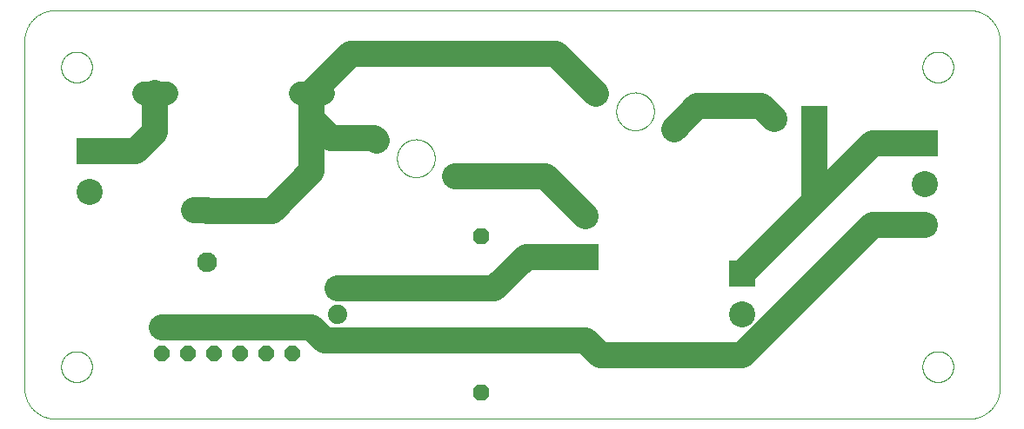
<source format=gtl>
G75*
%MOIN*%
%OFA0B0*%
%FSLAX25Y25*%
%IPPOS*%
%LPD*%
%AMOC8*
5,1,8,0,0,1.08239X$1,22.5*
%
%ADD10C,0.00000*%
%ADD11C,0.07600*%
%ADD12R,0.07600X0.07600*%
%ADD13OC8,0.06300*%
%ADD14C,0.08850*%
%ADD15OC8,0.06000*%
%ADD16R,0.10000X0.10000*%
%ADD17C,0.10000*%
%ADD18C,0.08600*%
%ADD19R,0.07400X0.07400*%
%ADD20C,0.07400*%
%ADD21C,0.10000*%
D10*
X0023311Y0011500D02*
X0373390Y0011500D01*
X0373675Y0011503D01*
X0373961Y0011514D01*
X0374246Y0011531D01*
X0374530Y0011555D01*
X0374814Y0011586D01*
X0375097Y0011624D01*
X0375378Y0011669D01*
X0375659Y0011720D01*
X0375939Y0011778D01*
X0376217Y0011843D01*
X0376493Y0011915D01*
X0376767Y0011993D01*
X0377040Y0012078D01*
X0377310Y0012170D01*
X0377578Y0012268D01*
X0377844Y0012372D01*
X0378107Y0012483D01*
X0378367Y0012600D01*
X0378625Y0012723D01*
X0378879Y0012853D01*
X0379130Y0012989D01*
X0379378Y0013130D01*
X0379622Y0013278D01*
X0379863Y0013431D01*
X0380099Y0013591D01*
X0380332Y0013756D01*
X0380561Y0013926D01*
X0380786Y0014102D01*
X0381006Y0014284D01*
X0381222Y0014470D01*
X0381433Y0014662D01*
X0381640Y0014859D01*
X0381842Y0015061D01*
X0382039Y0015268D01*
X0382231Y0015479D01*
X0382417Y0015695D01*
X0382599Y0015915D01*
X0382775Y0016140D01*
X0382945Y0016369D01*
X0383110Y0016602D01*
X0383270Y0016838D01*
X0383423Y0017079D01*
X0383571Y0017323D01*
X0383712Y0017571D01*
X0383848Y0017822D01*
X0383978Y0018076D01*
X0384101Y0018334D01*
X0384218Y0018594D01*
X0384329Y0018857D01*
X0384433Y0019123D01*
X0384531Y0019391D01*
X0384623Y0019661D01*
X0384708Y0019934D01*
X0384786Y0020208D01*
X0384858Y0020484D01*
X0384923Y0020762D01*
X0384981Y0021042D01*
X0385032Y0021323D01*
X0385077Y0021604D01*
X0385115Y0021887D01*
X0385146Y0022171D01*
X0385170Y0022455D01*
X0385187Y0022740D01*
X0385198Y0023026D01*
X0385201Y0023311D01*
X0385201Y0156539D01*
X0385198Y0156824D01*
X0385187Y0157110D01*
X0385170Y0157395D01*
X0385146Y0157679D01*
X0385115Y0157963D01*
X0385077Y0158246D01*
X0385032Y0158527D01*
X0384981Y0158808D01*
X0384923Y0159088D01*
X0384858Y0159366D01*
X0384786Y0159642D01*
X0384708Y0159916D01*
X0384623Y0160189D01*
X0384531Y0160459D01*
X0384433Y0160727D01*
X0384329Y0160993D01*
X0384218Y0161256D01*
X0384101Y0161516D01*
X0383978Y0161774D01*
X0383848Y0162028D01*
X0383712Y0162279D01*
X0383571Y0162527D01*
X0383423Y0162771D01*
X0383270Y0163012D01*
X0383110Y0163248D01*
X0382945Y0163481D01*
X0382775Y0163710D01*
X0382599Y0163935D01*
X0382417Y0164155D01*
X0382231Y0164371D01*
X0382039Y0164582D01*
X0381842Y0164789D01*
X0381640Y0164991D01*
X0381433Y0165188D01*
X0381222Y0165380D01*
X0381006Y0165566D01*
X0380786Y0165748D01*
X0380561Y0165924D01*
X0380332Y0166094D01*
X0380099Y0166259D01*
X0379863Y0166419D01*
X0379622Y0166572D01*
X0379378Y0166720D01*
X0379130Y0166861D01*
X0378879Y0166997D01*
X0378625Y0167127D01*
X0378367Y0167250D01*
X0378107Y0167367D01*
X0377844Y0167478D01*
X0377578Y0167582D01*
X0377310Y0167680D01*
X0377040Y0167772D01*
X0376767Y0167857D01*
X0376493Y0167935D01*
X0376217Y0168007D01*
X0375939Y0168072D01*
X0375659Y0168130D01*
X0375378Y0168181D01*
X0375097Y0168226D01*
X0374814Y0168264D01*
X0374530Y0168295D01*
X0374246Y0168319D01*
X0373961Y0168336D01*
X0373675Y0168347D01*
X0373390Y0168350D01*
X0023311Y0168350D01*
X0023026Y0168347D01*
X0022740Y0168336D01*
X0022455Y0168319D01*
X0022171Y0168295D01*
X0021887Y0168264D01*
X0021604Y0168226D01*
X0021323Y0168181D01*
X0021042Y0168130D01*
X0020762Y0168072D01*
X0020484Y0168007D01*
X0020208Y0167935D01*
X0019934Y0167857D01*
X0019661Y0167772D01*
X0019391Y0167680D01*
X0019123Y0167582D01*
X0018857Y0167478D01*
X0018594Y0167367D01*
X0018334Y0167250D01*
X0018076Y0167127D01*
X0017822Y0166997D01*
X0017571Y0166861D01*
X0017323Y0166720D01*
X0017079Y0166572D01*
X0016838Y0166419D01*
X0016602Y0166259D01*
X0016369Y0166094D01*
X0016140Y0165924D01*
X0015915Y0165748D01*
X0015695Y0165566D01*
X0015479Y0165380D01*
X0015268Y0165188D01*
X0015061Y0164991D01*
X0014859Y0164789D01*
X0014662Y0164582D01*
X0014470Y0164371D01*
X0014284Y0164155D01*
X0014102Y0163935D01*
X0013926Y0163710D01*
X0013756Y0163481D01*
X0013591Y0163248D01*
X0013431Y0163012D01*
X0013278Y0162771D01*
X0013130Y0162527D01*
X0012989Y0162279D01*
X0012853Y0162028D01*
X0012723Y0161774D01*
X0012600Y0161516D01*
X0012483Y0161256D01*
X0012372Y0160993D01*
X0012268Y0160727D01*
X0012170Y0160459D01*
X0012078Y0160189D01*
X0011993Y0159916D01*
X0011915Y0159642D01*
X0011843Y0159366D01*
X0011778Y0159088D01*
X0011720Y0158808D01*
X0011669Y0158527D01*
X0011624Y0158246D01*
X0011586Y0157963D01*
X0011555Y0157679D01*
X0011531Y0157395D01*
X0011514Y0157110D01*
X0011503Y0156824D01*
X0011500Y0156539D01*
X0011500Y0023311D01*
X0011503Y0023026D01*
X0011514Y0022740D01*
X0011531Y0022455D01*
X0011555Y0022171D01*
X0011586Y0021887D01*
X0011624Y0021604D01*
X0011669Y0021323D01*
X0011720Y0021042D01*
X0011778Y0020762D01*
X0011843Y0020484D01*
X0011915Y0020208D01*
X0011993Y0019934D01*
X0012078Y0019661D01*
X0012170Y0019391D01*
X0012268Y0019123D01*
X0012372Y0018857D01*
X0012483Y0018594D01*
X0012600Y0018334D01*
X0012723Y0018076D01*
X0012853Y0017822D01*
X0012989Y0017571D01*
X0013130Y0017323D01*
X0013278Y0017079D01*
X0013431Y0016838D01*
X0013591Y0016602D01*
X0013756Y0016369D01*
X0013926Y0016140D01*
X0014102Y0015915D01*
X0014284Y0015695D01*
X0014470Y0015479D01*
X0014662Y0015268D01*
X0014859Y0015061D01*
X0015061Y0014859D01*
X0015268Y0014662D01*
X0015479Y0014470D01*
X0015695Y0014284D01*
X0015915Y0014102D01*
X0016140Y0013926D01*
X0016369Y0013756D01*
X0016602Y0013591D01*
X0016838Y0013431D01*
X0017079Y0013278D01*
X0017323Y0013130D01*
X0017571Y0012989D01*
X0017822Y0012853D01*
X0018076Y0012723D01*
X0018334Y0012600D01*
X0018594Y0012483D01*
X0018857Y0012372D01*
X0019123Y0012268D01*
X0019391Y0012170D01*
X0019661Y0012078D01*
X0019934Y0011993D01*
X0020208Y0011915D01*
X0020484Y0011843D01*
X0020762Y0011778D01*
X0021042Y0011720D01*
X0021323Y0011669D01*
X0021604Y0011624D01*
X0021887Y0011586D01*
X0022171Y0011555D01*
X0022455Y0011531D01*
X0022740Y0011514D01*
X0023026Y0011503D01*
X0023311Y0011500D01*
X0025594Y0031500D02*
X0025596Y0031653D01*
X0025602Y0031807D01*
X0025612Y0031960D01*
X0025626Y0032112D01*
X0025644Y0032265D01*
X0025666Y0032416D01*
X0025691Y0032567D01*
X0025721Y0032718D01*
X0025755Y0032868D01*
X0025792Y0033016D01*
X0025833Y0033164D01*
X0025878Y0033310D01*
X0025927Y0033456D01*
X0025980Y0033600D01*
X0026036Y0033742D01*
X0026096Y0033883D01*
X0026160Y0034023D01*
X0026227Y0034161D01*
X0026298Y0034297D01*
X0026373Y0034431D01*
X0026450Y0034563D01*
X0026532Y0034693D01*
X0026616Y0034821D01*
X0026704Y0034947D01*
X0026795Y0035070D01*
X0026889Y0035191D01*
X0026987Y0035309D01*
X0027087Y0035425D01*
X0027191Y0035538D01*
X0027297Y0035649D01*
X0027406Y0035757D01*
X0027518Y0035862D01*
X0027632Y0035963D01*
X0027750Y0036062D01*
X0027869Y0036158D01*
X0027991Y0036251D01*
X0028116Y0036340D01*
X0028243Y0036427D01*
X0028372Y0036509D01*
X0028503Y0036589D01*
X0028636Y0036665D01*
X0028771Y0036738D01*
X0028908Y0036807D01*
X0029047Y0036872D01*
X0029187Y0036934D01*
X0029329Y0036992D01*
X0029472Y0037047D01*
X0029617Y0037098D01*
X0029763Y0037145D01*
X0029910Y0037188D01*
X0030058Y0037227D01*
X0030207Y0037263D01*
X0030357Y0037294D01*
X0030508Y0037322D01*
X0030659Y0037346D01*
X0030812Y0037366D01*
X0030964Y0037382D01*
X0031117Y0037394D01*
X0031270Y0037402D01*
X0031423Y0037406D01*
X0031577Y0037406D01*
X0031730Y0037402D01*
X0031883Y0037394D01*
X0032036Y0037382D01*
X0032188Y0037366D01*
X0032341Y0037346D01*
X0032492Y0037322D01*
X0032643Y0037294D01*
X0032793Y0037263D01*
X0032942Y0037227D01*
X0033090Y0037188D01*
X0033237Y0037145D01*
X0033383Y0037098D01*
X0033528Y0037047D01*
X0033671Y0036992D01*
X0033813Y0036934D01*
X0033953Y0036872D01*
X0034092Y0036807D01*
X0034229Y0036738D01*
X0034364Y0036665D01*
X0034497Y0036589D01*
X0034628Y0036509D01*
X0034757Y0036427D01*
X0034884Y0036340D01*
X0035009Y0036251D01*
X0035131Y0036158D01*
X0035250Y0036062D01*
X0035368Y0035963D01*
X0035482Y0035862D01*
X0035594Y0035757D01*
X0035703Y0035649D01*
X0035809Y0035538D01*
X0035913Y0035425D01*
X0036013Y0035309D01*
X0036111Y0035191D01*
X0036205Y0035070D01*
X0036296Y0034947D01*
X0036384Y0034821D01*
X0036468Y0034693D01*
X0036550Y0034563D01*
X0036627Y0034431D01*
X0036702Y0034297D01*
X0036773Y0034161D01*
X0036840Y0034023D01*
X0036904Y0033883D01*
X0036964Y0033742D01*
X0037020Y0033600D01*
X0037073Y0033456D01*
X0037122Y0033310D01*
X0037167Y0033164D01*
X0037208Y0033016D01*
X0037245Y0032868D01*
X0037279Y0032718D01*
X0037309Y0032567D01*
X0037334Y0032416D01*
X0037356Y0032265D01*
X0037374Y0032112D01*
X0037388Y0031960D01*
X0037398Y0031807D01*
X0037404Y0031653D01*
X0037406Y0031500D01*
X0037404Y0031347D01*
X0037398Y0031193D01*
X0037388Y0031040D01*
X0037374Y0030888D01*
X0037356Y0030735D01*
X0037334Y0030584D01*
X0037309Y0030433D01*
X0037279Y0030282D01*
X0037245Y0030132D01*
X0037208Y0029984D01*
X0037167Y0029836D01*
X0037122Y0029690D01*
X0037073Y0029544D01*
X0037020Y0029400D01*
X0036964Y0029258D01*
X0036904Y0029117D01*
X0036840Y0028977D01*
X0036773Y0028839D01*
X0036702Y0028703D01*
X0036627Y0028569D01*
X0036550Y0028437D01*
X0036468Y0028307D01*
X0036384Y0028179D01*
X0036296Y0028053D01*
X0036205Y0027930D01*
X0036111Y0027809D01*
X0036013Y0027691D01*
X0035913Y0027575D01*
X0035809Y0027462D01*
X0035703Y0027351D01*
X0035594Y0027243D01*
X0035482Y0027138D01*
X0035368Y0027037D01*
X0035250Y0026938D01*
X0035131Y0026842D01*
X0035009Y0026749D01*
X0034884Y0026660D01*
X0034757Y0026573D01*
X0034628Y0026491D01*
X0034497Y0026411D01*
X0034364Y0026335D01*
X0034229Y0026262D01*
X0034092Y0026193D01*
X0033953Y0026128D01*
X0033813Y0026066D01*
X0033671Y0026008D01*
X0033528Y0025953D01*
X0033383Y0025902D01*
X0033237Y0025855D01*
X0033090Y0025812D01*
X0032942Y0025773D01*
X0032793Y0025737D01*
X0032643Y0025706D01*
X0032492Y0025678D01*
X0032341Y0025654D01*
X0032188Y0025634D01*
X0032036Y0025618D01*
X0031883Y0025606D01*
X0031730Y0025598D01*
X0031577Y0025594D01*
X0031423Y0025594D01*
X0031270Y0025598D01*
X0031117Y0025606D01*
X0030964Y0025618D01*
X0030812Y0025634D01*
X0030659Y0025654D01*
X0030508Y0025678D01*
X0030357Y0025706D01*
X0030207Y0025737D01*
X0030058Y0025773D01*
X0029910Y0025812D01*
X0029763Y0025855D01*
X0029617Y0025902D01*
X0029472Y0025953D01*
X0029329Y0026008D01*
X0029187Y0026066D01*
X0029047Y0026128D01*
X0028908Y0026193D01*
X0028771Y0026262D01*
X0028636Y0026335D01*
X0028503Y0026411D01*
X0028372Y0026491D01*
X0028243Y0026573D01*
X0028116Y0026660D01*
X0027991Y0026749D01*
X0027869Y0026842D01*
X0027750Y0026938D01*
X0027632Y0027037D01*
X0027518Y0027138D01*
X0027406Y0027243D01*
X0027297Y0027351D01*
X0027191Y0027462D01*
X0027087Y0027575D01*
X0026987Y0027691D01*
X0026889Y0027809D01*
X0026795Y0027930D01*
X0026704Y0028053D01*
X0026616Y0028179D01*
X0026532Y0028307D01*
X0026450Y0028437D01*
X0026373Y0028569D01*
X0026298Y0028703D01*
X0026227Y0028839D01*
X0026160Y0028977D01*
X0026096Y0029117D01*
X0026036Y0029258D01*
X0025980Y0029400D01*
X0025927Y0029544D01*
X0025878Y0029690D01*
X0025833Y0029836D01*
X0025792Y0029984D01*
X0025755Y0030132D01*
X0025721Y0030282D01*
X0025691Y0030433D01*
X0025666Y0030584D01*
X0025644Y0030735D01*
X0025626Y0030888D01*
X0025612Y0031040D01*
X0025602Y0031193D01*
X0025596Y0031347D01*
X0025594Y0031500D01*
X0154250Y0111500D02*
X0154252Y0111678D01*
X0154259Y0111856D01*
X0154270Y0112033D01*
X0154285Y0112211D01*
X0154305Y0112387D01*
X0154328Y0112564D01*
X0154357Y0112739D01*
X0154389Y0112914D01*
X0154426Y0113088D01*
X0154467Y0113262D01*
X0154513Y0113434D01*
X0154562Y0113605D01*
X0154616Y0113774D01*
X0154674Y0113942D01*
X0154736Y0114109D01*
X0154802Y0114274D01*
X0154872Y0114438D01*
X0154946Y0114600D01*
X0155024Y0114760D01*
X0155106Y0114918D01*
X0155192Y0115074D01*
X0155281Y0115227D01*
X0155375Y0115379D01*
X0155472Y0115528D01*
X0155573Y0115675D01*
X0155677Y0115819D01*
X0155784Y0115960D01*
X0155896Y0116099D01*
X0156010Y0116236D01*
X0156128Y0116369D01*
X0156249Y0116499D01*
X0156373Y0116627D01*
X0156501Y0116751D01*
X0156631Y0116872D01*
X0156764Y0116990D01*
X0156901Y0117104D01*
X0157040Y0117216D01*
X0157181Y0117323D01*
X0157325Y0117427D01*
X0157472Y0117528D01*
X0157621Y0117625D01*
X0157773Y0117719D01*
X0157926Y0117808D01*
X0158082Y0117894D01*
X0158240Y0117976D01*
X0158400Y0118054D01*
X0158562Y0118128D01*
X0158726Y0118198D01*
X0158891Y0118264D01*
X0159058Y0118326D01*
X0159226Y0118384D01*
X0159395Y0118438D01*
X0159566Y0118487D01*
X0159738Y0118533D01*
X0159912Y0118574D01*
X0160086Y0118611D01*
X0160261Y0118643D01*
X0160436Y0118672D01*
X0160613Y0118695D01*
X0160789Y0118715D01*
X0160967Y0118730D01*
X0161144Y0118741D01*
X0161322Y0118748D01*
X0161500Y0118750D01*
X0161678Y0118748D01*
X0161856Y0118741D01*
X0162033Y0118730D01*
X0162211Y0118715D01*
X0162387Y0118695D01*
X0162564Y0118672D01*
X0162739Y0118643D01*
X0162914Y0118611D01*
X0163088Y0118574D01*
X0163262Y0118533D01*
X0163434Y0118487D01*
X0163605Y0118438D01*
X0163774Y0118384D01*
X0163942Y0118326D01*
X0164109Y0118264D01*
X0164274Y0118198D01*
X0164438Y0118128D01*
X0164600Y0118054D01*
X0164760Y0117976D01*
X0164918Y0117894D01*
X0165074Y0117808D01*
X0165227Y0117719D01*
X0165379Y0117625D01*
X0165528Y0117528D01*
X0165675Y0117427D01*
X0165819Y0117323D01*
X0165960Y0117216D01*
X0166099Y0117104D01*
X0166236Y0116990D01*
X0166369Y0116872D01*
X0166499Y0116751D01*
X0166627Y0116627D01*
X0166751Y0116499D01*
X0166872Y0116369D01*
X0166990Y0116236D01*
X0167104Y0116099D01*
X0167216Y0115960D01*
X0167323Y0115819D01*
X0167427Y0115675D01*
X0167528Y0115528D01*
X0167625Y0115379D01*
X0167719Y0115227D01*
X0167808Y0115074D01*
X0167894Y0114918D01*
X0167976Y0114760D01*
X0168054Y0114600D01*
X0168128Y0114438D01*
X0168198Y0114274D01*
X0168264Y0114109D01*
X0168326Y0113942D01*
X0168384Y0113774D01*
X0168438Y0113605D01*
X0168487Y0113434D01*
X0168533Y0113262D01*
X0168574Y0113088D01*
X0168611Y0112914D01*
X0168643Y0112739D01*
X0168672Y0112564D01*
X0168695Y0112387D01*
X0168715Y0112211D01*
X0168730Y0112033D01*
X0168741Y0111856D01*
X0168748Y0111678D01*
X0168750Y0111500D01*
X0168748Y0111322D01*
X0168741Y0111144D01*
X0168730Y0110967D01*
X0168715Y0110789D01*
X0168695Y0110613D01*
X0168672Y0110436D01*
X0168643Y0110261D01*
X0168611Y0110086D01*
X0168574Y0109912D01*
X0168533Y0109738D01*
X0168487Y0109566D01*
X0168438Y0109395D01*
X0168384Y0109226D01*
X0168326Y0109058D01*
X0168264Y0108891D01*
X0168198Y0108726D01*
X0168128Y0108562D01*
X0168054Y0108400D01*
X0167976Y0108240D01*
X0167894Y0108082D01*
X0167808Y0107926D01*
X0167719Y0107773D01*
X0167625Y0107621D01*
X0167528Y0107472D01*
X0167427Y0107325D01*
X0167323Y0107181D01*
X0167216Y0107040D01*
X0167104Y0106901D01*
X0166990Y0106764D01*
X0166872Y0106631D01*
X0166751Y0106501D01*
X0166627Y0106373D01*
X0166499Y0106249D01*
X0166369Y0106128D01*
X0166236Y0106010D01*
X0166099Y0105896D01*
X0165960Y0105784D01*
X0165819Y0105677D01*
X0165675Y0105573D01*
X0165528Y0105472D01*
X0165379Y0105375D01*
X0165227Y0105281D01*
X0165074Y0105192D01*
X0164918Y0105106D01*
X0164760Y0105024D01*
X0164600Y0104946D01*
X0164438Y0104872D01*
X0164274Y0104802D01*
X0164109Y0104736D01*
X0163942Y0104674D01*
X0163774Y0104616D01*
X0163605Y0104562D01*
X0163434Y0104513D01*
X0163262Y0104467D01*
X0163088Y0104426D01*
X0162914Y0104389D01*
X0162739Y0104357D01*
X0162564Y0104328D01*
X0162387Y0104305D01*
X0162211Y0104285D01*
X0162033Y0104270D01*
X0161856Y0104259D01*
X0161678Y0104252D01*
X0161500Y0104250D01*
X0161322Y0104252D01*
X0161144Y0104259D01*
X0160967Y0104270D01*
X0160789Y0104285D01*
X0160613Y0104305D01*
X0160436Y0104328D01*
X0160261Y0104357D01*
X0160086Y0104389D01*
X0159912Y0104426D01*
X0159738Y0104467D01*
X0159566Y0104513D01*
X0159395Y0104562D01*
X0159226Y0104616D01*
X0159058Y0104674D01*
X0158891Y0104736D01*
X0158726Y0104802D01*
X0158562Y0104872D01*
X0158400Y0104946D01*
X0158240Y0105024D01*
X0158082Y0105106D01*
X0157926Y0105192D01*
X0157773Y0105281D01*
X0157621Y0105375D01*
X0157472Y0105472D01*
X0157325Y0105573D01*
X0157181Y0105677D01*
X0157040Y0105784D01*
X0156901Y0105896D01*
X0156764Y0106010D01*
X0156631Y0106128D01*
X0156501Y0106249D01*
X0156373Y0106373D01*
X0156249Y0106501D01*
X0156128Y0106631D01*
X0156010Y0106764D01*
X0155896Y0106901D01*
X0155784Y0107040D01*
X0155677Y0107181D01*
X0155573Y0107325D01*
X0155472Y0107472D01*
X0155375Y0107621D01*
X0155281Y0107773D01*
X0155192Y0107926D01*
X0155106Y0108082D01*
X0155024Y0108240D01*
X0154946Y0108400D01*
X0154872Y0108562D01*
X0154802Y0108726D01*
X0154736Y0108891D01*
X0154674Y0109058D01*
X0154616Y0109226D01*
X0154562Y0109395D01*
X0154513Y0109566D01*
X0154467Y0109738D01*
X0154426Y0109912D01*
X0154389Y0110086D01*
X0154357Y0110261D01*
X0154328Y0110436D01*
X0154305Y0110613D01*
X0154285Y0110789D01*
X0154270Y0110967D01*
X0154259Y0111144D01*
X0154252Y0111322D01*
X0154250Y0111500D01*
X0238250Y0129500D02*
X0238252Y0129678D01*
X0238259Y0129856D01*
X0238270Y0130033D01*
X0238285Y0130211D01*
X0238305Y0130387D01*
X0238328Y0130564D01*
X0238357Y0130739D01*
X0238389Y0130914D01*
X0238426Y0131088D01*
X0238467Y0131262D01*
X0238513Y0131434D01*
X0238562Y0131605D01*
X0238616Y0131774D01*
X0238674Y0131942D01*
X0238736Y0132109D01*
X0238802Y0132274D01*
X0238872Y0132438D01*
X0238946Y0132600D01*
X0239024Y0132760D01*
X0239106Y0132918D01*
X0239192Y0133074D01*
X0239281Y0133227D01*
X0239375Y0133379D01*
X0239472Y0133528D01*
X0239573Y0133675D01*
X0239677Y0133819D01*
X0239784Y0133960D01*
X0239896Y0134099D01*
X0240010Y0134236D01*
X0240128Y0134369D01*
X0240249Y0134499D01*
X0240373Y0134627D01*
X0240501Y0134751D01*
X0240631Y0134872D01*
X0240764Y0134990D01*
X0240901Y0135104D01*
X0241040Y0135216D01*
X0241181Y0135323D01*
X0241325Y0135427D01*
X0241472Y0135528D01*
X0241621Y0135625D01*
X0241773Y0135719D01*
X0241926Y0135808D01*
X0242082Y0135894D01*
X0242240Y0135976D01*
X0242400Y0136054D01*
X0242562Y0136128D01*
X0242726Y0136198D01*
X0242891Y0136264D01*
X0243058Y0136326D01*
X0243226Y0136384D01*
X0243395Y0136438D01*
X0243566Y0136487D01*
X0243738Y0136533D01*
X0243912Y0136574D01*
X0244086Y0136611D01*
X0244261Y0136643D01*
X0244436Y0136672D01*
X0244613Y0136695D01*
X0244789Y0136715D01*
X0244967Y0136730D01*
X0245144Y0136741D01*
X0245322Y0136748D01*
X0245500Y0136750D01*
X0245678Y0136748D01*
X0245856Y0136741D01*
X0246033Y0136730D01*
X0246211Y0136715D01*
X0246387Y0136695D01*
X0246564Y0136672D01*
X0246739Y0136643D01*
X0246914Y0136611D01*
X0247088Y0136574D01*
X0247262Y0136533D01*
X0247434Y0136487D01*
X0247605Y0136438D01*
X0247774Y0136384D01*
X0247942Y0136326D01*
X0248109Y0136264D01*
X0248274Y0136198D01*
X0248438Y0136128D01*
X0248600Y0136054D01*
X0248760Y0135976D01*
X0248918Y0135894D01*
X0249074Y0135808D01*
X0249227Y0135719D01*
X0249379Y0135625D01*
X0249528Y0135528D01*
X0249675Y0135427D01*
X0249819Y0135323D01*
X0249960Y0135216D01*
X0250099Y0135104D01*
X0250236Y0134990D01*
X0250369Y0134872D01*
X0250499Y0134751D01*
X0250627Y0134627D01*
X0250751Y0134499D01*
X0250872Y0134369D01*
X0250990Y0134236D01*
X0251104Y0134099D01*
X0251216Y0133960D01*
X0251323Y0133819D01*
X0251427Y0133675D01*
X0251528Y0133528D01*
X0251625Y0133379D01*
X0251719Y0133227D01*
X0251808Y0133074D01*
X0251894Y0132918D01*
X0251976Y0132760D01*
X0252054Y0132600D01*
X0252128Y0132438D01*
X0252198Y0132274D01*
X0252264Y0132109D01*
X0252326Y0131942D01*
X0252384Y0131774D01*
X0252438Y0131605D01*
X0252487Y0131434D01*
X0252533Y0131262D01*
X0252574Y0131088D01*
X0252611Y0130914D01*
X0252643Y0130739D01*
X0252672Y0130564D01*
X0252695Y0130387D01*
X0252715Y0130211D01*
X0252730Y0130033D01*
X0252741Y0129856D01*
X0252748Y0129678D01*
X0252750Y0129500D01*
X0252748Y0129322D01*
X0252741Y0129144D01*
X0252730Y0128967D01*
X0252715Y0128789D01*
X0252695Y0128613D01*
X0252672Y0128436D01*
X0252643Y0128261D01*
X0252611Y0128086D01*
X0252574Y0127912D01*
X0252533Y0127738D01*
X0252487Y0127566D01*
X0252438Y0127395D01*
X0252384Y0127226D01*
X0252326Y0127058D01*
X0252264Y0126891D01*
X0252198Y0126726D01*
X0252128Y0126562D01*
X0252054Y0126400D01*
X0251976Y0126240D01*
X0251894Y0126082D01*
X0251808Y0125926D01*
X0251719Y0125773D01*
X0251625Y0125621D01*
X0251528Y0125472D01*
X0251427Y0125325D01*
X0251323Y0125181D01*
X0251216Y0125040D01*
X0251104Y0124901D01*
X0250990Y0124764D01*
X0250872Y0124631D01*
X0250751Y0124501D01*
X0250627Y0124373D01*
X0250499Y0124249D01*
X0250369Y0124128D01*
X0250236Y0124010D01*
X0250099Y0123896D01*
X0249960Y0123784D01*
X0249819Y0123677D01*
X0249675Y0123573D01*
X0249528Y0123472D01*
X0249379Y0123375D01*
X0249227Y0123281D01*
X0249074Y0123192D01*
X0248918Y0123106D01*
X0248760Y0123024D01*
X0248600Y0122946D01*
X0248438Y0122872D01*
X0248274Y0122802D01*
X0248109Y0122736D01*
X0247942Y0122674D01*
X0247774Y0122616D01*
X0247605Y0122562D01*
X0247434Y0122513D01*
X0247262Y0122467D01*
X0247088Y0122426D01*
X0246914Y0122389D01*
X0246739Y0122357D01*
X0246564Y0122328D01*
X0246387Y0122305D01*
X0246211Y0122285D01*
X0246033Y0122270D01*
X0245856Y0122259D01*
X0245678Y0122252D01*
X0245500Y0122250D01*
X0245322Y0122252D01*
X0245144Y0122259D01*
X0244967Y0122270D01*
X0244789Y0122285D01*
X0244613Y0122305D01*
X0244436Y0122328D01*
X0244261Y0122357D01*
X0244086Y0122389D01*
X0243912Y0122426D01*
X0243738Y0122467D01*
X0243566Y0122513D01*
X0243395Y0122562D01*
X0243226Y0122616D01*
X0243058Y0122674D01*
X0242891Y0122736D01*
X0242726Y0122802D01*
X0242562Y0122872D01*
X0242400Y0122946D01*
X0242240Y0123024D01*
X0242082Y0123106D01*
X0241926Y0123192D01*
X0241773Y0123281D01*
X0241621Y0123375D01*
X0241472Y0123472D01*
X0241325Y0123573D01*
X0241181Y0123677D01*
X0241040Y0123784D01*
X0240901Y0123896D01*
X0240764Y0124010D01*
X0240631Y0124128D01*
X0240501Y0124249D01*
X0240373Y0124373D01*
X0240249Y0124501D01*
X0240128Y0124631D01*
X0240010Y0124764D01*
X0239896Y0124901D01*
X0239784Y0125040D01*
X0239677Y0125181D01*
X0239573Y0125325D01*
X0239472Y0125472D01*
X0239375Y0125621D01*
X0239281Y0125773D01*
X0239192Y0125926D01*
X0239106Y0126082D01*
X0239024Y0126240D01*
X0238946Y0126400D01*
X0238872Y0126562D01*
X0238802Y0126726D01*
X0238736Y0126891D01*
X0238674Y0127058D01*
X0238616Y0127226D01*
X0238562Y0127395D01*
X0238513Y0127566D01*
X0238467Y0127738D01*
X0238426Y0127912D01*
X0238389Y0128086D01*
X0238357Y0128261D01*
X0238328Y0128436D01*
X0238305Y0128613D01*
X0238285Y0128789D01*
X0238270Y0128967D01*
X0238259Y0129144D01*
X0238252Y0129322D01*
X0238250Y0129500D01*
X0355594Y0146500D02*
X0355596Y0146653D01*
X0355602Y0146807D01*
X0355612Y0146960D01*
X0355626Y0147112D01*
X0355644Y0147265D01*
X0355666Y0147416D01*
X0355691Y0147567D01*
X0355721Y0147718D01*
X0355755Y0147868D01*
X0355792Y0148016D01*
X0355833Y0148164D01*
X0355878Y0148310D01*
X0355927Y0148456D01*
X0355980Y0148600D01*
X0356036Y0148742D01*
X0356096Y0148883D01*
X0356160Y0149023D01*
X0356227Y0149161D01*
X0356298Y0149297D01*
X0356373Y0149431D01*
X0356450Y0149563D01*
X0356532Y0149693D01*
X0356616Y0149821D01*
X0356704Y0149947D01*
X0356795Y0150070D01*
X0356889Y0150191D01*
X0356987Y0150309D01*
X0357087Y0150425D01*
X0357191Y0150538D01*
X0357297Y0150649D01*
X0357406Y0150757D01*
X0357518Y0150862D01*
X0357632Y0150963D01*
X0357750Y0151062D01*
X0357869Y0151158D01*
X0357991Y0151251D01*
X0358116Y0151340D01*
X0358243Y0151427D01*
X0358372Y0151509D01*
X0358503Y0151589D01*
X0358636Y0151665D01*
X0358771Y0151738D01*
X0358908Y0151807D01*
X0359047Y0151872D01*
X0359187Y0151934D01*
X0359329Y0151992D01*
X0359472Y0152047D01*
X0359617Y0152098D01*
X0359763Y0152145D01*
X0359910Y0152188D01*
X0360058Y0152227D01*
X0360207Y0152263D01*
X0360357Y0152294D01*
X0360508Y0152322D01*
X0360659Y0152346D01*
X0360812Y0152366D01*
X0360964Y0152382D01*
X0361117Y0152394D01*
X0361270Y0152402D01*
X0361423Y0152406D01*
X0361577Y0152406D01*
X0361730Y0152402D01*
X0361883Y0152394D01*
X0362036Y0152382D01*
X0362188Y0152366D01*
X0362341Y0152346D01*
X0362492Y0152322D01*
X0362643Y0152294D01*
X0362793Y0152263D01*
X0362942Y0152227D01*
X0363090Y0152188D01*
X0363237Y0152145D01*
X0363383Y0152098D01*
X0363528Y0152047D01*
X0363671Y0151992D01*
X0363813Y0151934D01*
X0363953Y0151872D01*
X0364092Y0151807D01*
X0364229Y0151738D01*
X0364364Y0151665D01*
X0364497Y0151589D01*
X0364628Y0151509D01*
X0364757Y0151427D01*
X0364884Y0151340D01*
X0365009Y0151251D01*
X0365131Y0151158D01*
X0365250Y0151062D01*
X0365368Y0150963D01*
X0365482Y0150862D01*
X0365594Y0150757D01*
X0365703Y0150649D01*
X0365809Y0150538D01*
X0365913Y0150425D01*
X0366013Y0150309D01*
X0366111Y0150191D01*
X0366205Y0150070D01*
X0366296Y0149947D01*
X0366384Y0149821D01*
X0366468Y0149693D01*
X0366550Y0149563D01*
X0366627Y0149431D01*
X0366702Y0149297D01*
X0366773Y0149161D01*
X0366840Y0149023D01*
X0366904Y0148883D01*
X0366964Y0148742D01*
X0367020Y0148600D01*
X0367073Y0148456D01*
X0367122Y0148310D01*
X0367167Y0148164D01*
X0367208Y0148016D01*
X0367245Y0147868D01*
X0367279Y0147718D01*
X0367309Y0147567D01*
X0367334Y0147416D01*
X0367356Y0147265D01*
X0367374Y0147112D01*
X0367388Y0146960D01*
X0367398Y0146807D01*
X0367404Y0146653D01*
X0367406Y0146500D01*
X0367404Y0146347D01*
X0367398Y0146193D01*
X0367388Y0146040D01*
X0367374Y0145888D01*
X0367356Y0145735D01*
X0367334Y0145584D01*
X0367309Y0145433D01*
X0367279Y0145282D01*
X0367245Y0145132D01*
X0367208Y0144984D01*
X0367167Y0144836D01*
X0367122Y0144690D01*
X0367073Y0144544D01*
X0367020Y0144400D01*
X0366964Y0144258D01*
X0366904Y0144117D01*
X0366840Y0143977D01*
X0366773Y0143839D01*
X0366702Y0143703D01*
X0366627Y0143569D01*
X0366550Y0143437D01*
X0366468Y0143307D01*
X0366384Y0143179D01*
X0366296Y0143053D01*
X0366205Y0142930D01*
X0366111Y0142809D01*
X0366013Y0142691D01*
X0365913Y0142575D01*
X0365809Y0142462D01*
X0365703Y0142351D01*
X0365594Y0142243D01*
X0365482Y0142138D01*
X0365368Y0142037D01*
X0365250Y0141938D01*
X0365131Y0141842D01*
X0365009Y0141749D01*
X0364884Y0141660D01*
X0364757Y0141573D01*
X0364628Y0141491D01*
X0364497Y0141411D01*
X0364364Y0141335D01*
X0364229Y0141262D01*
X0364092Y0141193D01*
X0363953Y0141128D01*
X0363813Y0141066D01*
X0363671Y0141008D01*
X0363528Y0140953D01*
X0363383Y0140902D01*
X0363237Y0140855D01*
X0363090Y0140812D01*
X0362942Y0140773D01*
X0362793Y0140737D01*
X0362643Y0140706D01*
X0362492Y0140678D01*
X0362341Y0140654D01*
X0362188Y0140634D01*
X0362036Y0140618D01*
X0361883Y0140606D01*
X0361730Y0140598D01*
X0361577Y0140594D01*
X0361423Y0140594D01*
X0361270Y0140598D01*
X0361117Y0140606D01*
X0360964Y0140618D01*
X0360812Y0140634D01*
X0360659Y0140654D01*
X0360508Y0140678D01*
X0360357Y0140706D01*
X0360207Y0140737D01*
X0360058Y0140773D01*
X0359910Y0140812D01*
X0359763Y0140855D01*
X0359617Y0140902D01*
X0359472Y0140953D01*
X0359329Y0141008D01*
X0359187Y0141066D01*
X0359047Y0141128D01*
X0358908Y0141193D01*
X0358771Y0141262D01*
X0358636Y0141335D01*
X0358503Y0141411D01*
X0358372Y0141491D01*
X0358243Y0141573D01*
X0358116Y0141660D01*
X0357991Y0141749D01*
X0357869Y0141842D01*
X0357750Y0141938D01*
X0357632Y0142037D01*
X0357518Y0142138D01*
X0357406Y0142243D01*
X0357297Y0142351D01*
X0357191Y0142462D01*
X0357087Y0142575D01*
X0356987Y0142691D01*
X0356889Y0142809D01*
X0356795Y0142930D01*
X0356704Y0143053D01*
X0356616Y0143179D01*
X0356532Y0143307D01*
X0356450Y0143437D01*
X0356373Y0143569D01*
X0356298Y0143703D01*
X0356227Y0143839D01*
X0356160Y0143977D01*
X0356096Y0144117D01*
X0356036Y0144258D01*
X0355980Y0144400D01*
X0355927Y0144544D01*
X0355878Y0144690D01*
X0355833Y0144836D01*
X0355792Y0144984D01*
X0355755Y0145132D01*
X0355721Y0145282D01*
X0355691Y0145433D01*
X0355666Y0145584D01*
X0355644Y0145735D01*
X0355626Y0145888D01*
X0355612Y0146040D01*
X0355602Y0146193D01*
X0355596Y0146347D01*
X0355594Y0146500D01*
X0355594Y0031500D02*
X0355596Y0031653D01*
X0355602Y0031807D01*
X0355612Y0031960D01*
X0355626Y0032112D01*
X0355644Y0032265D01*
X0355666Y0032416D01*
X0355691Y0032567D01*
X0355721Y0032718D01*
X0355755Y0032868D01*
X0355792Y0033016D01*
X0355833Y0033164D01*
X0355878Y0033310D01*
X0355927Y0033456D01*
X0355980Y0033600D01*
X0356036Y0033742D01*
X0356096Y0033883D01*
X0356160Y0034023D01*
X0356227Y0034161D01*
X0356298Y0034297D01*
X0356373Y0034431D01*
X0356450Y0034563D01*
X0356532Y0034693D01*
X0356616Y0034821D01*
X0356704Y0034947D01*
X0356795Y0035070D01*
X0356889Y0035191D01*
X0356987Y0035309D01*
X0357087Y0035425D01*
X0357191Y0035538D01*
X0357297Y0035649D01*
X0357406Y0035757D01*
X0357518Y0035862D01*
X0357632Y0035963D01*
X0357750Y0036062D01*
X0357869Y0036158D01*
X0357991Y0036251D01*
X0358116Y0036340D01*
X0358243Y0036427D01*
X0358372Y0036509D01*
X0358503Y0036589D01*
X0358636Y0036665D01*
X0358771Y0036738D01*
X0358908Y0036807D01*
X0359047Y0036872D01*
X0359187Y0036934D01*
X0359329Y0036992D01*
X0359472Y0037047D01*
X0359617Y0037098D01*
X0359763Y0037145D01*
X0359910Y0037188D01*
X0360058Y0037227D01*
X0360207Y0037263D01*
X0360357Y0037294D01*
X0360508Y0037322D01*
X0360659Y0037346D01*
X0360812Y0037366D01*
X0360964Y0037382D01*
X0361117Y0037394D01*
X0361270Y0037402D01*
X0361423Y0037406D01*
X0361577Y0037406D01*
X0361730Y0037402D01*
X0361883Y0037394D01*
X0362036Y0037382D01*
X0362188Y0037366D01*
X0362341Y0037346D01*
X0362492Y0037322D01*
X0362643Y0037294D01*
X0362793Y0037263D01*
X0362942Y0037227D01*
X0363090Y0037188D01*
X0363237Y0037145D01*
X0363383Y0037098D01*
X0363528Y0037047D01*
X0363671Y0036992D01*
X0363813Y0036934D01*
X0363953Y0036872D01*
X0364092Y0036807D01*
X0364229Y0036738D01*
X0364364Y0036665D01*
X0364497Y0036589D01*
X0364628Y0036509D01*
X0364757Y0036427D01*
X0364884Y0036340D01*
X0365009Y0036251D01*
X0365131Y0036158D01*
X0365250Y0036062D01*
X0365368Y0035963D01*
X0365482Y0035862D01*
X0365594Y0035757D01*
X0365703Y0035649D01*
X0365809Y0035538D01*
X0365913Y0035425D01*
X0366013Y0035309D01*
X0366111Y0035191D01*
X0366205Y0035070D01*
X0366296Y0034947D01*
X0366384Y0034821D01*
X0366468Y0034693D01*
X0366550Y0034563D01*
X0366627Y0034431D01*
X0366702Y0034297D01*
X0366773Y0034161D01*
X0366840Y0034023D01*
X0366904Y0033883D01*
X0366964Y0033742D01*
X0367020Y0033600D01*
X0367073Y0033456D01*
X0367122Y0033310D01*
X0367167Y0033164D01*
X0367208Y0033016D01*
X0367245Y0032868D01*
X0367279Y0032718D01*
X0367309Y0032567D01*
X0367334Y0032416D01*
X0367356Y0032265D01*
X0367374Y0032112D01*
X0367388Y0031960D01*
X0367398Y0031807D01*
X0367404Y0031653D01*
X0367406Y0031500D01*
X0367404Y0031347D01*
X0367398Y0031193D01*
X0367388Y0031040D01*
X0367374Y0030888D01*
X0367356Y0030735D01*
X0367334Y0030584D01*
X0367309Y0030433D01*
X0367279Y0030282D01*
X0367245Y0030132D01*
X0367208Y0029984D01*
X0367167Y0029836D01*
X0367122Y0029690D01*
X0367073Y0029544D01*
X0367020Y0029400D01*
X0366964Y0029258D01*
X0366904Y0029117D01*
X0366840Y0028977D01*
X0366773Y0028839D01*
X0366702Y0028703D01*
X0366627Y0028569D01*
X0366550Y0028437D01*
X0366468Y0028307D01*
X0366384Y0028179D01*
X0366296Y0028053D01*
X0366205Y0027930D01*
X0366111Y0027809D01*
X0366013Y0027691D01*
X0365913Y0027575D01*
X0365809Y0027462D01*
X0365703Y0027351D01*
X0365594Y0027243D01*
X0365482Y0027138D01*
X0365368Y0027037D01*
X0365250Y0026938D01*
X0365131Y0026842D01*
X0365009Y0026749D01*
X0364884Y0026660D01*
X0364757Y0026573D01*
X0364628Y0026491D01*
X0364497Y0026411D01*
X0364364Y0026335D01*
X0364229Y0026262D01*
X0364092Y0026193D01*
X0363953Y0026128D01*
X0363813Y0026066D01*
X0363671Y0026008D01*
X0363528Y0025953D01*
X0363383Y0025902D01*
X0363237Y0025855D01*
X0363090Y0025812D01*
X0362942Y0025773D01*
X0362793Y0025737D01*
X0362643Y0025706D01*
X0362492Y0025678D01*
X0362341Y0025654D01*
X0362188Y0025634D01*
X0362036Y0025618D01*
X0361883Y0025606D01*
X0361730Y0025598D01*
X0361577Y0025594D01*
X0361423Y0025594D01*
X0361270Y0025598D01*
X0361117Y0025606D01*
X0360964Y0025618D01*
X0360812Y0025634D01*
X0360659Y0025654D01*
X0360508Y0025678D01*
X0360357Y0025706D01*
X0360207Y0025737D01*
X0360058Y0025773D01*
X0359910Y0025812D01*
X0359763Y0025855D01*
X0359617Y0025902D01*
X0359472Y0025953D01*
X0359329Y0026008D01*
X0359187Y0026066D01*
X0359047Y0026128D01*
X0358908Y0026193D01*
X0358771Y0026262D01*
X0358636Y0026335D01*
X0358503Y0026411D01*
X0358372Y0026491D01*
X0358243Y0026573D01*
X0358116Y0026660D01*
X0357991Y0026749D01*
X0357869Y0026842D01*
X0357750Y0026938D01*
X0357632Y0027037D01*
X0357518Y0027138D01*
X0357406Y0027243D01*
X0357297Y0027351D01*
X0357191Y0027462D01*
X0357087Y0027575D01*
X0356987Y0027691D01*
X0356889Y0027809D01*
X0356795Y0027930D01*
X0356704Y0028053D01*
X0356616Y0028179D01*
X0356532Y0028307D01*
X0356450Y0028437D01*
X0356373Y0028569D01*
X0356298Y0028703D01*
X0356227Y0028839D01*
X0356160Y0028977D01*
X0356096Y0029117D01*
X0356036Y0029258D01*
X0355980Y0029400D01*
X0355927Y0029544D01*
X0355878Y0029690D01*
X0355833Y0029836D01*
X0355792Y0029984D01*
X0355755Y0030132D01*
X0355721Y0030282D01*
X0355691Y0030433D01*
X0355666Y0030584D01*
X0355644Y0030735D01*
X0355626Y0030888D01*
X0355612Y0031040D01*
X0355602Y0031193D01*
X0355596Y0031347D01*
X0355594Y0031500D01*
X0025594Y0146500D02*
X0025596Y0146653D01*
X0025602Y0146807D01*
X0025612Y0146960D01*
X0025626Y0147112D01*
X0025644Y0147265D01*
X0025666Y0147416D01*
X0025691Y0147567D01*
X0025721Y0147718D01*
X0025755Y0147868D01*
X0025792Y0148016D01*
X0025833Y0148164D01*
X0025878Y0148310D01*
X0025927Y0148456D01*
X0025980Y0148600D01*
X0026036Y0148742D01*
X0026096Y0148883D01*
X0026160Y0149023D01*
X0026227Y0149161D01*
X0026298Y0149297D01*
X0026373Y0149431D01*
X0026450Y0149563D01*
X0026532Y0149693D01*
X0026616Y0149821D01*
X0026704Y0149947D01*
X0026795Y0150070D01*
X0026889Y0150191D01*
X0026987Y0150309D01*
X0027087Y0150425D01*
X0027191Y0150538D01*
X0027297Y0150649D01*
X0027406Y0150757D01*
X0027518Y0150862D01*
X0027632Y0150963D01*
X0027750Y0151062D01*
X0027869Y0151158D01*
X0027991Y0151251D01*
X0028116Y0151340D01*
X0028243Y0151427D01*
X0028372Y0151509D01*
X0028503Y0151589D01*
X0028636Y0151665D01*
X0028771Y0151738D01*
X0028908Y0151807D01*
X0029047Y0151872D01*
X0029187Y0151934D01*
X0029329Y0151992D01*
X0029472Y0152047D01*
X0029617Y0152098D01*
X0029763Y0152145D01*
X0029910Y0152188D01*
X0030058Y0152227D01*
X0030207Y0152263D01*
X0030357Y0152294D01*
X0030508Y0152322D01*
X0030659Y0152346D01*
X0030812Y0152366D01*
X0030964Y0152382D01*
X0031117Y0152394D01*
X0031270Y0152402D01*
X0031423Y0152406D01*
X0031577Y0152406D01*
X0031730Y0152402D01*
X0031883Y0152394D01*
X0032036Y0152382D01*
X0032188Y0152366D01*
X0032341Y0152346D01*
X0032492Y0152322D01*
X0032643Y0152294D01*
X0032793Y0152263D01*
X0032942Y0152227D01*
X0033090Y0152188D01*
X0033237Y0152145D01*
X0033383Y0152098D01*
X0033528Y0152047D01*
X0033671Y0151992D01*
X0033813Y0151934D01*
X0033953Y0151872D01*
X0034092Y0151807D01*
X0034229Y0151738D01*
X0034364Y0151665D01*
X0034497Y0151589D01*
X0034628Y0151509D01*
X0034757Y0151427D01*
X0034884Y0151340D01*
X0035009Y0151251D01*
X0035131Y0151158D01*
X0035250Y0151062D01*
X0035368Y0150963D01*
X0035482Y0150862D01*
X0035594Y0150757D01*
X0035703Y0150649D01*
X0035809Y0150538D01*
X0035913Y0150425D01*
X0036013Y0150309D01*
X0036111Y0150191D01*
X0036205Y0150070D01*
X0036296Y0149947D01*
X0036384Y0149821D01*
X0036468Y0149693D01*
X0036550Y0149563D01*
X0036627Y0149431D01*
X0036702Y0149297D01*
X0036773Y0149161D01*
X0036840Y0149023D01*
X0036904Y0148883D01*
X0036964Y0148742D01*
X0037020Y0148600D01*
X0037073Y0148456D01*
X0037122Y0148310D01*
X0037167Y0148164D01*
X0037208Y0148016D01*
X0037245Y0147868D01*
X0037279Y0147718D01*
X0037309Y0147567D01*
X0037334Y0147416D01*
X0037356Y0147265D01*
X0037374Y0147112D01*
X0037388Y0146960D01*
X0037398Y0146807D01*
X0037404Y0146653D01*
X0037406Y0146500D01*
X0037404Y0146347D01*
X0037398Y0146193D01*
X0037388Y0146040D01*
X0037374Y0145888D01*
X0037356Y0145735D01*
X0037334Y0145584D01*
X0037309Y0145433D01*
X0037279Y0145282D01*
X0037245Y0145132D01*
X0037208Y0144984D01*
X0037167Y0144836D01*
X0037122Y0144690D01*
X0037073Y0144544D01*
X0037020Y0144400D01*
X0036964Y0144258D01*
X0036904Y0144117D01*
X0036840Y0143977D01*
X0036773Y0143839D01*
X0036702Y0143703D01*
X0036627Y0143569D01*
X0036550Y0143437D01*
X0036468Y0143307D01*
X0036384Y0143179D01*
X0036296Y0143053D01*
X0036205Y0142930D01*
X0036111Y0142809D01*
X0036013Y0142691D01*
X0035913Y0142575D01*
X0035809Y0142462D01*
X0035703Y0142351D01*
X0035594Y0142243D01*
X0035482Y0142138D01*
X0035368Y0142037D01*
X0035250Y0141938D01*
X0035131Y0141842D01*
X0035009Y0141749D01*
X0034884Y0141660D01*
X0034757Y0141573D01*
X0034628Y0141491D01*
X0034497Y0141411D01*
X0034364Y0141335D01*
X0034229Y0141262D01*
X0034092Y0141193D01*
X0033953Y0141128D01*
X0033813Y0141066D01*
X0033671Y0141008D01*
X0033528Y0140953D01*
X0033383Y0140902D01*
X0033237Y0140855D01*
X0033090Y0140812D01*
X0032942Y0140773D01*
X0032793Y0140737D01*
X0032643Y0140706D01*
X0032492Y0140678D01*
X0032341Y0140654D01*
X0032188Y0140634D01*
X0032036Y0140618D01*
X0031883Y0140606D01*
X0031730Y0140598D01*
X0031577Y0140594D01*
X0031423Y0140594D01*
X0031270Y0140598D01*
X0031117Y0140606D01*
X0030964Y0140618D01*
X0030812Y0140634D01*
X0030659Y0140654D01*
X0030508Y0140678D01*
X0030357Y0140706D01*
X0030207Y0140737D01*
X0030058Y0140773D01*
X0029910Y0140812D01*
X0029763Y0140855D01*
X0029617Y0140902D01*
X0029472Y0140953D01*
X0029329Y0141008D01*
X0029187Y0141066D01*
X0029047Y0141128D01*
X0028908Y0141193D01*
X0028771Y0141262D01*
X0028636Y0141335D01*
X0028503Y0141411D01*
X0028372Y0141491D01*
X0028243Y0141573D01*
X0028116Y0141660D01*
X0027991Y0141749D01*
X0027869Y0141842D01*
X0027750Y0141938D01*
X0027632Y0142037D01*
X0027518Y0142138D01*
X0027406Y0142243D01*
X0027297Y0142351D01*
X0027191Y0142462D01*
X0027087Y0142575D01*
X0026987Y0142691D01*
X0026889Y0142809D01*
X0026795Y0142930D01*
X0026704Y0143053D01*
X0026616Y0143179D01*
X0026532Y0143307D01*
X0026450Y0143437D01*
X0026373Y0143569D01*
X0026298Y0143703D01*
X0026227Y0143839D01*
X0026160Y0143977D01*
X0026096Y0144117D01*
X0026036Y0144258D01*
X0025980Y0144400D01*
X0025927Y0144544D01*
X0025878Y0144690D01*
X0025833Y0144836D01*
X0025792Y0144984D01*
X0025755Y0145132D01*
X0025721Y0145282D01*
X0025691Y0145433D01*
X0025666Y0145584D01*
X0025644Y0145735D01*
X0025626Y0145888D01*
X0025612Y0146040D01*
X0025602Y0146193D01*
X0025596Y0146347D01*
X0025594Y0146500D01*
D11*
X0081500Y0071657D03*
D12*
X0081500Y0091343D03*
D13*
X0186500Y0081500D03*
X0186500Y0061500D03*
X0186500Y0041500D03*
X0186500Y0021500D03*
D14*
X0125925Y0136500D02*
X0117075Y0136500D01*
X0065925Y0136500D02*
X0057075Y0136500D01*
D15*
X0064000Y0046500D03*
X0074000Y0046500D03*
X0084000Y0046500D03*
X0094000Y0046500D03*
X0104000Y0046500D03*
X0114000Y0046500D03*
X0114000Y0036500D03*
X0104000Y0036500D03*
X0094000Y0036500D03*
X0084000Y0036500D03*
X0074000Y0036500D03*
X0064000Y0036500D03*
D16*
X0036500Y0114295D03*
X0226500Y0073705D03*
X0286500Y0067091D03*
X0356500Y0117091D03*
X0314295Y0126500D03*
D17*
X0298705Y0126500D03*
X0356500Y0101500D03*
X0356500Y0085909D03*
X0286500Y0051500D03*
X0286500Y0035909D03*
X0226500Y0089295D03*
X0036500Y0098705D03*
D18*
X0146500Y0118311D03*
X0176500Y0104689D03*
X0230500Y0136311D03*
X0260500Y0122689D03*
D19*
X0131500Y0061500D03*
D20*
X0131500Y0051500D03*
X0131500Y0041500D03*
D21*
X0126500Y0041500D01*
X0121500Y0046500D01*
X0114000Y0046500D01*
X0104000Y0046500D01*
X0094000Y0046500D01*
X0084000Y0046500D01*
X0074000Y0046500D01*
X0064000Y0046500D01*
X0131500Y0041500D02*
X0186500Y0041500D01*
X0226500Y0041500D01*
X0232091Y0035909D01*
X0286500Y0035909D01*
X0336500Y0085909D01*
X0356500Y0085909D01*
X0336500Y0117091D02*
X0314295Y0094886D01*
X0314295Y0126500D01*
X0298705Y0126500D02*
X0293705Y0131500D01*
X0269311Y0131500D01*
X0260500Y0122689D01*
X0230500Y0136311D02*
X0215311Y0151500D01*
X0136500Y0151500D01*
X0121500Y0136500D01*
X0121500Y0126500D01*
X0121500Y0106500D01*
X0106343Y0091343D01*
X0081500Y0091343D01*
X0081343Y0091500D01*
X0076500Y0091500D01*
X0054295Y0114295D02*
X0036500Y0114295D01*
X0054295Y0114295D02*
X0061500Y0121500D01*
X0061500Y0136500D01*
X0121500Y0126500D02*
X0128830Y0119170D01*
X0145641Y0119170D01*
X0146500Y0118311D01*
X0176500Y0104689D02*
X0211106Y0104689D01*
X0226500Y0089295D01*
X0226500Y0073705D02*
X0203705Y0073705D01*
X0191500Y0061500D01*
X0186500Y0061500D01*
X0131500Y0061500D01*
X0286500Y0067091D02*
X0314295Y0094886D01*
X0336500Y0117091D02*
X0356500Y0117091D01*
M02*

</source>
